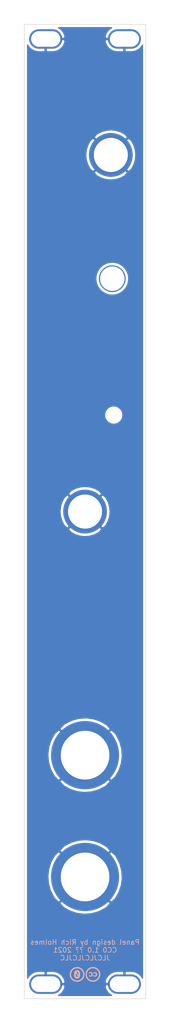
<source format=kicad_pcb>
(kicad_pcb (version 20211014) (generator pcbnew)
  (layers (0 "F.Cu" signal) (31 "B.Cu" signal) (34 "B.Paste" user) (35 "F.Paste" user) (36 "B.SilkS" user "B.Silkscreen") (37 "F.SilkS" user "F.Silkscreen") (38 "B.Mask" user) (39 "F.Mask" user) (44 "Edge.Cuts" user))
  (net 0 "")
  (net 1 "GND")
  (footprint "Kosmo_panel:Kosmo_Panel_Dual_Slotted_Mounting_Holes" (layer "F.Cu") (at 38.1 10.6 180)
    (fp_text reference "H8" hide)
    (fp_text value "Panel")
    (pad "1" thru_hole oval locked (at 1.4 -194 180) (size 6.8 4) (drill oval 6 3.2) (layers *.Cu *.Mask) (net 1 "GND"))
    (pad "1" thru_hole oval locked (at 1.4 0 180) (size 6.8 4) (drill oval 6 3.2) (layers *.Cu *.Mask) (net 1 "GND"))
  )
  (footprint "Kosmo_panel:Kosmo_Trimmer_Pot_Hole" (layer "F.Cu") (at 34.5 87.8)
    (fp_text reference "H6" hide)
    (fp_text value "Trimmer_Hole")
    (pad "" np_thru_hole circle locked (at 0 0) (size 2.5 2.5) (drill 2.5) (layers *.Mask "F.Cu"))
  )
  (footprint "Kosmo_panel:Kosmo_Switch_Hole" (layer "F.Cu") (at 33.9 34.4)
    (fp_text reference "H3" hide)
    (fp_text value "Switch_Hole")
    (pad "1" thru_hole circle locked (at 0 0) (size 9 9) (drill 7) (layers *.Cu *.Mask) (net 1 "GND"))
  )
  (footprint "Kosmo_panel:Kosmo_Pot_Hole" (layer "F.Cu") (at 28.6 107.6)
    (fp_text reference "H4" hide)
    (fp_text value "Pot_Hole")
    (pad "1" thru_hole circle locked (at 0 0) (size 9 9) (drill 7) (layers *.Cu *.Mask) (net 1 "GND"))
  )
  (footprint "Kosmo_panel:Kosmo_Jack_Hole" (layer "F.Cu") (at 28.6 157.6)
    (fp_text reference "H1" hide)
    (fp_text value "Jack_Hole")
    (pad "1" thru_hole circle locked (at 0 0) (size 14 14) (drill 10) (layers *.Cu *.Mask) (net 1 "GND"))
  )
  (footprint "Kosmo_panel:Kosmo_Panel_Dual_Slotted_Mounting_Holes" (layer "F.Cu") (at 19.1 204.6)
    (fp_text reference "H5" hide)
    (fp_text value "Panel")
    (pad "1" thru_hole oval locked (at 1.4 0) (size 6.8 4) (drill oval 6 3.2) (layers *.Cu *.Mask) (net 1 "GND"))
    (pad "1" thru_hole oval locked (at 1.4 -194) (size 6.8 4) (drill oval 6 3.2) (layers *.Cu *.Mask) (net 1 "GND"))
  )
  (footprint "Kosmo_panel:Kosmo_LED_Hole" (layer "F.Cu") (at 34.2 59.8)
    (fp_text reference "H7" hide)
    (fp_text value "Led_Hole")
    (pad "1" thru_hole circle locked (at 0 0) (size 5.5 5.5) (drill 5) (layers *.Cu *.Mask))
  )
  (footprint "Kosmo_panel:Kosmo_Jack_Hole" (layer "F.Cu") (at 28.6 182.6)
    (fp_text reference "H2" hide)
    (fp_text value "Jack_Hole")
    (pad "1" thru_hole circle locked (at 0 0) (size 14 14) (drill 10) (layers *.Cu *.Mask) (net 1 "GND"))
  )
  (footprint "ao_tht:CC0_logo" (layer "B.Cu") (at 28.6 202.6 180)
    (fp_text reference "GRAF3" hide)
    (fp_text value "CC0 logo" hide)
    (fp_poly (pts (xy -1.01024 0.448053) (xy -0.908378 0.40803) (xy -0.825953 0.349289) (xy -0.779557 0.289126) (xy -0.775227 0.265623) (xy -0.793686 0.241428) (xy -0.840859 0.209511) (xy -0.852388 0.202677) (xy -0.906758 0.17294) (xy -0.938765 0.163009) (xy -0.958361 0.17072) (xy -0.964922 0.178217) (xy -1.013678 0.224964) (xy -1.073913 0.260146) (xy -1.12689 0.273539) (xy -1.208245 0.256466) (xy -1.27031 0.207135) (xy -1.310986 0.128382) (xy -1.328177 0.023042) (xy -1.328616 0.000962) (xy -1.315565 -0.10452) (xy -1.279697 -0.187197) (xy -1.225937 -0.243996) (xy -1.159213 -0.271845) (xy -1.084451 -0.267673) (xy -1.006578 -0.228406) (xy -0.986663 -0.212275) (xy -0.916888 -0.151013) (xy -0.839444 -0.185935) (xy -0.79209 -0.212301) (xy -0.764706 -0.237249) (xy -0.762 -0.244709) (xy -0.777365 -0.276272) (xy -0.817095 -0.319399) (xy -0.871639 -0.366241) (xy -0.931448 -0.408947) (xy -0.986973 -0.43967) (xy -1.00907 -0.447792) (xy -1.148419 -0.468493) (xy -1.280352 -0.450937) (xy -1.363723 -0.418395) (xy -1.467214 -0.346141) (xy -1.542881 -0.248191) (xy -1.588536 -0.128345) (xy -1.602154 -0.004694) (xy -1.585124 0.126514) (xy -1.536905 0.245772) (xy -1.4618 0.345922) (xy -1.364117 0.419804) (xy -1.339475 0.432072) (xy -1.235087 0.462447) (xy -1.122242 0.466983) (xy -1.01024 0.448053)) (layer "B.SilkS") (width 0.01) (fill solid))
    (fp_poly (pts (xy 1.718811 0.866259) (xy 1.783433 0.858563) (xy 1.8415 0.840803) (xy 1.900438 0.814116) (xy 2.015396 0.738004) (xy 2.107653 0.63303) (xy 2.177998 0.497849) (xy 2.227221 0.331117) (xy 2.24543 0.226536) (xy 2.261732 0.072822) (xy 2.263518 -0.063482) (xy 2.250516 -0.201356) (xy 2.238221 -0.277732) (xy 2.1934 -0.451964) (xy 2.126711 -0.598191) (xy 2.039491 -0.714342) (xy 1.933076 -0.798346) (xy 1.887208 -0.821706) (xy 1.794059 -0.850276) (xy 1.681724 -0.866619) (xy 1.568671 -0.868967) (xy 1.490717 -0.859705) (xy 1.4154 -0.839781) (xy 1.353805 -0.811095) (xy 1.290906 -0.765485) (xy 1.247215 -0.727434) (xy 1.157059 -0.622255) (xy 1.089193 -0.48908) (xy 1.07861 -0.451694) (xy 1.484923 -0.451694) (xy 1.501634 -0.498731) (xy 1.545315 -0.530658) (xy 1.606292 -0.545931) (xy 1.674889 -0.543004) (xy 1.741429 -0.520334) (xy 1.774755 -0.497962) (xy 1.816901 -0.448793) (xy 1.854205 -0.382909) (xy 1.864849 -0.356308) (xy 1.88411 -0.277223) (xy 1.89875 -0.173359) (xy 1.907803 -0.058843) (xy 1.910303 0.052198) (xy 1.905284 0.145638) (xy 1.901108 0.174111) (xy 1.884973 0.260298) (xy 1.684948 -0.083738) (xy 1.624344 -0.189104) (xy 1.571119 -0.283798) (xy 1.52824 -0.362368) (xy 1.498669 -0.41936) (xy 1.485371 -0.449321) (xy 1.484923 -0.451694) (xy 1.07861 -0.451694) (xy 1.043164 -0.326483) (xy 1.01852 -0.133041) (xy 1.015195 -0.034984) (xy 1.361854 -0.034984) (xy 1.363815 -0.095716) (xy 1.365833 -0.141666) (xy 1.368582 -0.174212) (xy 1.374422 -0.190645) (xy 1.385712 -0.188254) (xy 1.404811 -0.16433) (xy 1.434079 -0.116164) (xy 1.475876 -0.041045) (xy 1.532562 0.063737) (xy 1.581079 0.153804) (xy 1.640141 0.264381) (xy 1.682165 0.346344) (xy 1.709345 0.405094) (xy 1.723875 0.446033) (xy 1.727947 0.474566) (xy 1.723754 0.496092) (xy 1.721855 0.500611) (xy 1.68592 0.536803) (xy 1.627827 0.547355) (xy 1.555436 0.531648) (xy 1.521317 0.516383) (xy 1.464215 0.465864) (xy 1.418724 0.381603) (xy 1.385837 0.267465) (xy 1.366549 0.127314) (xy 1.361854 -0.034984) (xy 1.015195 -0.034984) (xy 1.013762 0.007269) (xy 1.024688 0.220322) (xy 1.059279 0.402862) (xy 1.117786 0.555661) (xy 1.200462 0.679494) (xy 1.248508 0.728604) (xy 1.333991 0.795416) (xy 1.420481 0.837758) (xy 1.520566 0.860181) (xy 1.631461 0.867075) (xy 1.718811 0.866259)) (layer "B.SilkS") (width 0.01) (fill solid))
    (fp_poly (pts (xy 1.937449 1.488413) (xy 2.165128 1.427681) (xy 2.377239 1.336055) (xy 2.447398 1.296292) (xy 2.555932 1.219221) (xy 2.671208 1.118507) (xy 2.782641 1.004866) (xy 2.879647 0.889018) (xy 2.946112 0.791308) (xy 3.045923 0.585001) (xy 3.11415 0.364759) (xy 3.150694 0.136541) (xy 3.155457 -0.093698) (xy 3.12834 -0.32) (xy 3.069247 -0.536409) (xy 2.978077 -0.736967) (xy 2.971503 -0.748509) (xy 2.84694 -0.927855) (xy 2.691596 -1.091903) (xy 2.512465 -1.235367) (xy 2.316538 -1.352963) (xy 2.110807 -1.439403) (xy 2.023637 -1.465024) (xy 1.893912 -1.490687) (xy 1.748397 -1.507309) (xy 1.602282 -1.513928) (xy 1.470755 -1.509587) (xy 1.417299 -1.503333) (xy 1.177964 -1.446757) (xy 0.951186 -1.353934) (xy 0.741335 -1.2268) (xy 0.669682 -1.172122) (xy 0.498435 -1.00945) (xy 0.35804 -0.826151) (xy 0.249021 -0.626239) (xy 0.171902 -0.41373) (xy 0.127209 -0.192639) (xy 0.118984 -0.034606) (xy 0.380802 -0.034606) (xy 0.405936 -0.245751) (xy 0.467321 -0.45069) (xy 0.551733 -0.623249) (xy 0.614924 -0.713441) (xy 0.701005 -0.813314) (xy 0.799428 -0.912322) (xy 0.89965 -0.99992) (xy 0.991124 -1.065561) (xy 0.998443 -1.069958) (xy 1.196064 -1.164254) (xy 1.404843 -1.221992) (xy 1.620757 -1.242623) (xy 1.839786 -1.225598) (xy 1.956747 -1.200863) (xy 2.127697 -1.140458) (xy 2.297418 -1.051041) (xy 2.454712 -0.939843) (xy 2.588382 -0.814097) (xy 2.627915 -0.767478) (xy 2.745701 -0.589023) (xy 2.828533 -0.398686) (xy 2.877095 -0.20062) (xy 2.892068 0.001025) (xy 2.874137 0.202096) (xy 2.823983 0.398442) (xy 2.74229 0.585911) (xy 2.629741 0.760353) (xy 2.487017 0.917615) (xy 2.330082 1.043259) (xy 2.149405 1.143654) (xy 1.952948 1.211144) (xy 1.746545 1.245378) (xy 1.536028 1.246007) (xy 1.327231 1.212681) (xy 1.125987 1.14505) (xy 1.069661 1.118866) (xy 0.925853 1.029542) (xy 0.786385 0.909758) (xy 0.658542 0.768022) (xy 0.54961 0.61284) (xy 0.466877 0.452718) (xy 0.441544 0.385589) (xy 0.392483 0.177567) (xy 0.380802 -0.034606) (xy 0.118984 -0.034606) (xy 0.115464 0.033018) (xy 0.137192 0.259228) (xy 0.192918 0.481975) (xy 0.283167 0.697244) (xy 0.400416 0.889849) (xy 0.528616 1.042922) (xy 0.682877 1.183446) (xy 0.854449 1.305304) (xy 1.034582 1.402374) (xy 1.214524 1.46854) (xy 1.236086 1.474212) (xy 1.465421 1.512781) (xy 1.701711 1.517147) (xy 1.937449 1.488413)) (layer "B.SilkS") (width 0.01) (fill solid))
    (fp_poly (pts (xy -1.885462 0.447357) (xy -1.80796 0.416229) (xy -1.734173 0.37) (xy -1.677964 0.318156) (xy -1.661191 0.293865) (xy -1.654405 0.269539) (xy -1.668257 0.247419) (xy -1.709064 0.219701) (xy -1.731679 0.206789) (xy -1.821809 0.156415) (xy -1.888507 0.214977) (xy -1.960737 0.261481) (xy -2.032889 0.270561) (xy -2.108372 0.245153) (xy -2.162338 0.200425) (xy -2.19441 0.131222) (xy -2.205949 0.03361) (xy -2.20416 -0.031687) (xy -2.197588 -0.10471) (xy -2.185977 -0.152001) (xy -2.164231 -0.186901) (xy -2.133179 -0.217499) (xy -2.057933 -0.264544) (xy -1.981404 -0.272549) (xy -1.903904 -0.241518) (xy -1.867775 -0.213928) (xy -1.799883 -0.154317) (xy -1.720557 -0.194786) (xy -1.673096 -0.222496) (xy -1.644755 -0.245796) (xy -1.641231 -0.252736) (xy -1.654834 -0.274078) (xy -1.690081 -0.311448) (xy -1.727998 -0.346592) (xy -1.841914 -0.423137) (xy -1.965441 -0.462801) (xy -2.094244 -0.464942) (xy -2.223988 -0.428916) (xy -2.238695 -0.422334) (xy -2.345027 -0.354034) (xy -2.420464 -0.262318) (xy -2.465242 -0.146736) (xy -2.479597 -0.006835) (xy -2.478269 0.035499) (xy -2.468911 0.125283) (xy -2.449251 0.195064) (xy -2.413931 0.263602) (xy -2.412411 0.266102) (xy -2.33328 0.360131) (xy -2.230981 0.425953) (xy -2.111332 0.461567) (xy -1.980151 0.46497) (xy -1.885462 0.447357)) (layer "B.SilkS") (width 0.01) (fill solid))
    (fp_poly (pts (xy -1.345762 1.496705) (xy -1.119275 1.439275) (xy -0.906042 1.349139) (xy -0.709636 1.228177) (xy -0.533628 1.078271) (xy -0.381589 0.901304) (xy -0.257089 0.699156) (xy -0.244249 0.673459) (xy -0.193712 0.562705) (xy -0.156951 0.461868) (xy -0.131999 0.360933) (xy -0.116892 0.249886) (xy -0.109665 0.118713) (xy -0.108257 -0.019538) (xy -0.109141 -0.139418) (xy -0.111786 -0.22955) (xy -0.117274 -0.299255) (xy -0.126685 -0.357855) (xy -0.141101 -0.414672) (xy -0.161488 -0.478692) (xy -0.25232 -0.689619) (xy -0.376092 -0.885212) (xy -0.528345 -1.061404) (xy -0.704617 -1.214128) (xy -0.90045 -1.339317) (xy -1.111382 -1.432904) (xy -1.253751 -1.474692) (xy -1.376333 -1.496312) (xy -1.517661 -1.509844) (xy -1.661804 -1.51454) (xy -1.792831 -1.50965) (xy -1.852036 -1.502835) (xy -2.065147 -1.451615) (xy -2.27496 -1.365903) (xy -2.472932 -1.249928) (xy -2.650519 -1.107922) (xy -2.651575 -1.106935) (xy -2.818861 -0.925473) (xy -2.952401 -0.726943) (xy -3.051194 -0.51425) (xy -3.114239 -0.290302) (xy -3.140535 -0.058003) (xy -3.137084 0.013629) (xy -2.862601 0.013629) (xy -2.860389 -0.11978) (xy -2.848612 -0.238052) (xy -2.834995 -0.302846) (xy -2.76038 -0.500843) (xy -2.653427 -0.685299) (xy -2.518836 -0.850554) (xy -2.361307 -0.990947) (xy -2.185539 -1.100816) (xy -2.16364 -1.111586) (xy -2.076119 -1.149895) (xy -1.986608 -1.18332) (xy -1.911196 -1.20599) (xy -1.895231 -1.209527) (xy -1.827822 -1.222939) (xy -1.771304 -1.234585) (xy -1.748692 -1.239505) (xy -1.699174 -1.244004) (xy -1.623233 -1.243264) (xy -1.533045 -1.238131) (xy -1.440787 -1.229448) (xy -1.358637 -1.218062) (xy -1.315852 -1.209472) (xy -1.145852 -1.152534) (xy -0.976986 -1.06724) (xy -0.819642 -0.960299) (xy -0.684202 -0.838415) (xy -0.614407 -0.756457) (xy -0.512259 -0.606814) (xy -0.439983 -0.465157) (xy -0.393839 -0.320154) (xy -0.370085 -0.160468) (xy -0.364724 0) (xy -0.366764 0.109115) (xy -0.372805 0.192678) (xy -0.384761 0.264156) (xy -0.404547 0.33702) (xy -0.418866 0.380813) (xy -0.509318 0.589261) (xy -0.630477 0.774366) (xy -0.780224 0.93399) (xy -0.956439 1.06599) (xy -1.157005 1.168227) (xy -1.223114 1.193304) (xy -1.334844 1.221816) (xy -1.470736 1.240097) (xy -1.617025 1.247316) (xy -1.759944 1.242644) (xy -1.853669 1.231343) (xy -2.041649 1.180435) (xy -2.221627 1.094685) (xy -2.389038 0.978174) (xy -2.539315 0.834985) (xy -2.667892 0.6692) (xy -2.770203 0.484902) (xy -2.815676 0.371231) (xy -2.839862 0.272479) (xy -2.855631 0.14883) (xy -2.862601 0.013629) (xy -3.137084 0.013629) (xy -3.12908 0.179741) (xy -3.118648 0.248748) (xy -3.060541 0.481714) (xy -2.970059 0.695081) (xy -2.845439 0.892109) (xy -2.684913 1.07606) (xy -2.655132 1.105115) (xy -2.474249 1.256065) (xy -2.283837 1.370769) (xy -2.078478 1.451842) (xy -1.852752 1.501896) (xy -1.824219 1.505919) (xy -1.581934 1.519547) (xy -1.345762 1.496705)) (layer "B.SilkS") (width 0.01) (fill solid))
  )
  (gr_line (start 16.1 207.6) (end 41.1 207.6) (layer "Edge.Cuts") (width 0.1))
  (gr_line (start 41.1 7.6) (end 16.1 7.6) (layer "Edge.Cuts") (width 0.1))
  (gr_line (start 41.1 207.6) (end 41.1 7.6) (layer "Edge.Cuts") (width 0.1))
  (gr_line (start 16.1 7.6) (end 16.1 207.6) (layer "Edge.Cuts") (width 0.1))
  (gr_text "Panel design by Rich Holmes\nCC0 1.0 ?? 2021\nJLCJLCJLCJLC" (at 28.6 197.6) (layer "B.SilkS") (effects (font (size 1 1)) (justify mirror)))
  (zone (net 1) (net_name "GND") (layer "F.Cu") (connect_pads (clearance 0.508)) (min_thickness 0.254) (fill yes (thermal_gap 0.508) (thermal_bridge_width 0.508))
    (polygon (pts (xy 46.1 212.6) (xy 11.1 212.6) (xy 11.1 2.6) (xy 46.1 2.6)))
  )
  (zone (net 1) (net_name "GND") (layer "B.Cu") (connect_pads (clearance 0.508)) (min_thickness 0.254) (fill yes (thermal_gap 0.508) (thermal_bridge_width 0.508))
    (polygon (pts (xy 46.1 212.6) (xy 11.1 212.6) (xy 11.1 2.6) (xy 46.1 2.6)))
  )
)
</source>
